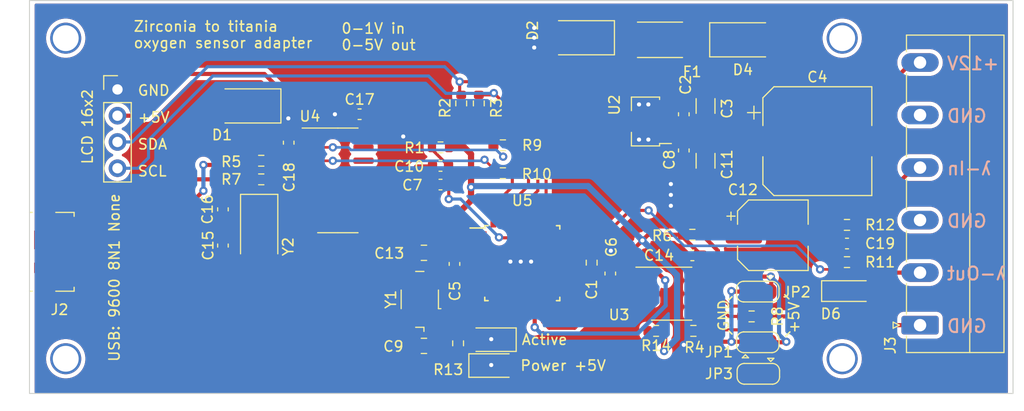
<source format=kicad_pcb>
(kicad_pcb (version 20241229) (generator "pcbnew") (generator_version "9.0")
  (layers (0 "F.Cu" signal) (2 "B.Cu" signal) (13 "F.Paste" user) (15 "B.Paste" user) (5 "F.SilkS" user "F.Silkscreen") (7 "B.SilkS" user "B.Silkscreen") (1 "F.Mask" user) (3 "B.Mask" user) (25 "Edge.Cuts" user))
  (net 0 "")
  (net 1 "GND")
  (net 2 "Net-(U5-AREF)")
  (net 3 "+12V")
  (net 4 "+5V")
  (net 5 "Net-(D2-A1)")
  (net 6 "Net-(U5-~{RESET}{slash}PC6)")
  (net 7 "UART_Reset")
  (net 8 "Net-(U5-XTAL2{slash}PB7)")
  (net 9 "Net-(U5-XTAL1{slash}PB6)")
  (net 10 "Net-(U4-XO)")
  (net 11 "Net-(U4-XI)")
  (net 12 "SCL")
  (net 13 "SDA")
  (net 14 "Net-(U4-V3)")
  (net 15 "Net-(J3-Pin_4)")
  (net 16 "Net-(D1-A)")
  (net 17 "Net-(D3-A)")
  (net 18 "Net-(D4-K)")
  (net 19 "RXD")
  (net 20 "Net-(D5-A)")
  (net 21 "TXD")
  (net 22 "SS")
  (net 23 "MOSI")
  (net 24 "MISO")
  (net 25 "SCK")
  (net 26 "Net-(J3-Pin_2)")
  (net 27 "Net-(J3-Pin_1)")
  (net 28 "Net-(J3-Pin_3)")
  (net 29 "Net-(JP1-B)")
  (net 30 "Net-(JP1-A)")
  (net 31 "Net-(JP1-C)")
  (net 32 "Net-(JP2-C)")
  (net 33 "Net-(U4-UD+)")
  (net 34 "Signal")
  (net 35 "Net-(U4-UD-)")
  (net 36 "Net-(U3-PW0)")
  (net 37 "Net-(U4-TXD)")
  (net 38 "Net-(U4-RXD)")
  (net 39 "Net-(U5-PD5)")
  (net 61 "Net-(J2-D-)")
  (net 62 "Net-(J2-D+)")
  (footprint "Jumper:SolderJumper-3_P1.3mm_Open_RoundedPad1.0x1.5mm" (layer "F.Cu") (at 70.35 28.15 180)
    (property "Reference" "JP2")
    (property "Value" "PB0")
  )
  (footprint "Resistor_SMD:R_0603_1608Metric_Pad0.98x0.95mm_HandSolder" (layer "F.Cu") (at 64.025 22.65 180)
    (property "Reference" "R6")
    (property "Value" "1K")
  )
  (footprint "Diode_SMD:D_SMA" (layer "F.Cu") (at 20.885 10.195 180)
    (property "Reference" "D1")
    (property "Value" "SS34")
  )
  (footprint "Capacitor_SMD:C_0603_1608Metric" (layer "F.Cu") (at 39.7 17.8)
    (property "Reference" "C7")
    (property "Value" "22p")
  )
  (footprint "LED_SMD:LED_1206_3216Metric" (layer "F.Cu") (at 44.725 32.8 180)
    (property "Reference" "D3" (hide yes))
    (property "Value" "LED")
  )
  (footprint "Capacitor_SMD:C_1206_3216Metric_Pad1.33x1.80mm_HandSolder" (layer "F.Cu") (at 65.3 15.5 90)
    (property "Reference" "C11")
    (property "Value" "10u")
  )
  (footprint "Resistor_SMD:R_0603_1608Metric" (layer "F.Cu") (at 39.7 14.2 180)
    (property "Reference" "R1")
    (property "Value" "10K")
  )
  (footprint "Resistor_SMD:R_0603_1608Metric_Pad0.98x0.95mm_HandSolder" (layer "F.Cu") (at 45.725 16.7)
    (property "Reference" "R10")
    (property "Value" "3K3")
  )
  (footprint "Resistor_SMD:R_0603_1608Metric_Pad0.98x0.95mm_HandSolder" (layer "F.Cu") (at 22.385 17.295)
    (property "Reference" "R7")
    (property "Value" "20R")
  )
  (footprint "Resistor_SMD:R_0603_1608Metric" (layer "F.Cu") (at 54.3 25.35 -90)
    (property "Reference" "C1")
    (property "Value" "100n")
  )
  (footprint "Crystal:Crystal_SMD_5032-2Pin_5.0x3.2mm" (layer "F.Cu") (at 22.185 21.795 -90)
    (property "Reference" "Y2")
    (property "Value" "12.000MHZ")
  )
  (footprint "Resistor_SMD:R_0603_1608Metric_Pad0.98x0.95mm_HandSolder" (layer "F.Cu") (at 69.75 30.55)
    (property "Reference" "R8")
    (property "Value" "1K")
  )
  (footprint "Resistor_SMD:R_0603_1608Metric_Pad0.98x0.95mm_HandSolder" (layer "F.Cu") (at 78.9625 21.7)
    (property "Reference" "R12")
    (property "Value" "470K")
  )
  (footprint "Resistor_SMD:R_0603_1608Metric_Pad0.98x0.95mm_HandSolder" (layer "F.Cu") (at 22.385 15.495)
    (property "Reference" "R5")
    (property "Value" "20R")
  )
  (footprint "LED_SMD:LED_1206_3216Metric" (layer "F.Cu") (at 44.725 35.3)
    (property "Reference" "D5" (hide yes))
    (property "Value" "LED")
  )
  (footprint "Capacitor_SMD:C_0603_1608Metric_Pad1.08x0.95mm_HandSolder" (layer "F.Cu") (at 64.025 24.65)
    (property "Reference" "C14")
    (property "Value" "100n")
  )
  (footprint "Capacitor_SMD:C_0603_1608Metric_Pad1.08x0.95mm_HandSolder" (layer "F.Cu") (at 31.885 10.995)
    (property "Reference" "C17")
    (property "Value" "100n")
  )
  (footprint "Capacitor_SMD:CP_Elec_10x10" (layer "F.Cu") (at 76.1 13.6)
    (property "Reference" "C4")
    (property "Value" "220u")
  )
  (footprint "Capacitor_SMD:C_1206_3216Metric_Pad1.33x1.80mm_HandSolder" (layer "F.Cu") (at 65.3 10.2 -90)
    (property "Reference" "C3")
    (property "Value" "10u")
  )
  (footprint "Capacitor_SMD:C_0603_1608Metric_Pad1.08x0.95mm_HandSolder" (layer "F.Cu") (at 18.685 23.695 90)
    (property "Reference" "C15")
    (property "Value" "10p")
  )
  (footprint "Resistor_SMD:R_0603_1608Metric" (layer "F.Cu") (at 41.7 9.95 90)
    (property "Reference" "R2")
    (property "Value" "4K7")
  )
  (footprint "Resistor_SMD:R_0603_1608Metric_Pad0.98x0.95mm_HandSolder" (layer "F.Cu") (at 45.725 14)
    (property "Reference" "R9")
    (property "Value" "3K3")
  )
  (footprint "Capacitor_SMD:C_0805_2012Metric" (layer "F.Cu") (at 38.1 33.4 180)
    (property "Reference" "C9")
    (property "Value" "18p")
  )
  (footprint "Resistor_SMD:R_0603_1608Metric" (layer "F.Cu") (at 43.4 9.95 90)
    (property "Reference" "R3")
    (property "Value" "4K7")
  )
  (footprint "Package_SO:SOIC-16_3.9x9.9mm_P1.27mm" (layer "F.Cu") (at 29.785 17.395)
    (property "Reference" "U4")
    (property "Value" "CH340G")
  )
  (footprint "Jumper:SolderJumper-3_P1.3mm_Open_RoundedPad1.0x1.5mm" (layer "F.Cu") (at 70.35 33.05)
    (property "Reference" "JP1")
    (property "Value" "PA0")
  )
  (footprint "Resistor_SMD:R_0603_1608Metric" (layer "F.Cu") (at 41.4 33.15 -90)
    (property "Reference" "R13")
    (property "Value" "10K")
  )
  (footprint "Diode_SMD:D_SMA" (layer "F.Cu") (at 53.1 3.6 180)
    (property "Reference" "D2")
    (property "Value" "D_TVS")
  )
  (footprint "Capacitor_SMD:C_0603_1608Metric" (layer "F.Cu") (at 39.7 16 180)
    (property "Reference" "C10")
    (property "Value" "100n")
  )
  (footprint "Capacitor_SMD:C_0805_2012Metric" (layer "F.Cu") (at 38.1 24.4)
    (property "Reference" "C13")
    (property "Value" "18p")
  )
  (footprint "Resistor_SMD:R_0603_1608Metric_Pad0.98x0.95mm_HandSolder" (layer "F.Cu") (at 64.125 31.95)
    (property "Reference" "R4")
    (property "Value" "1K")
  )
  (footprint "Resistor_SMD:R_2512_6332Metric" (layer "F.Cu") (at 60.9 3.8 180)
    (property "Reference" "F1")
    (property "Value" "Polyfuse")
  )
  (footprint "Capacitor_SMD:C_0603_1608Metric" (layer "F.Cu") (at 56.1 26.4 -90)
    (property "Reference" "C6")
    (property "Value" "100n")
  )
  (footprint "Capacitor_SMD:C_0603_1608Metric_Pad1.08x0.95mm_HandSolder" (layer "F.Cu") (at 78.9625 23.5)
    (property "Reference" "C19")
    (property "Value" "100n")
  )
  (footprint "Package_QFP:TQFP-32_7x7mm_P0.8mm" (layer "F.Cu") (at 47.6 25.4)
    (property "Reference" "U5")
    (property "Value" "ATmega328PB-A")
  )
  (footprint "Resistor_SMD:R_0603_1608Metric" (layer "F.Cu") (at 60.525 31.95 180)
    (property "Reference" "R14")
    (property "Value" "10K")
  )
  (footprint "Resistor_SMD:R_0603_1608Metric_Pad0.98x0.95mm_HandSolder" (layer "F.Cu") (at 78.9625 25.3)
    (property "Reference" "R11")
    (property "Value" "1K")
  )
  (footprint "Package_TO_SOT_SMD:SOT-89-3" (layer "F.Cu") (at 59.8 11.7 180)
    (property "Reference" "U2")
    (property "Value" "L78L05_SOT89")
  )
  (footprint "Connector_PinHeader_2.54mm:PinHeader_1x04_P2.54mm_Vertical" (layer "F.Cu") (at 8.5 8.6)
    (property "Reference" "J1" (hide yes))
    (property "Value" "LCD 16x2")
  )
  (footprint "Package_SO:SOIC-8_3.9x4.9mm_P1.27mm" (layer "F.Cu") (at 62.025 28.35)
    (property "Reference" "U3")
    (property "Value" "MCP41010")
  )
  (footprint "Capacitor_SMD:C_0603_1608Metric_Pad1.08x0.95mm_HandSolder" (layer "F.Cu") (at 25.0375 13.7475 -90)
    (property "Reference" "C18")
    (property "Value" "100n")
  )
  (footprint "Capacitor_SMD:C_0603_1608Metric_Pad1.08x0.95mm_HandSolder" (layer "F.Cu") (at 63.2 11 -90)
    (property "Reference" "C2")
    (property "Value" "100n")
  )
  (footprint "Capacitor_SMD:C_0603_1608Metric_Pad1.08x0.95mm_HandSolder" (layer "F.Cu") (at 63.2 14.5 90)
    (property "Reference" "C8")
    (property "Value" "100n")
  )
  (footprint "Display:WC1602A" (layer "F.Cu") (at 9 3.6425)
    (property "Reference" "DS1" (hide yes))
    (property "Value" "WC1602A")
  )
  (footprint "Connector_Phoenix_MC_HighVoltage:PhoenixContact_MC_1,5_6-G-5.08_1x06_P5.08mm_Horizontal" (layer "F.Cu") (at 86.0175 31.395 90)
    (property "Reference" "J3")
    (property "Value" "Conn_01x04")
  )
  (footprint "Capacitor_SMD:C_0603_1608Metric_Pad1.08x0.95mm_HandSolder" (layer "F.Cu") (at 18.685 20.195 -90)
    (property "Reference" "C16")
    (property "Value" "10p")
  )
  (footprint "Diode_SMD:D_SMA" (layer "F.Cu") (at 69.1 3.8)
    (property "Reference" "D4")
    (property "Value" "D_Schottky")
  )
  (footprint "Diode_SMD:D_MiniMELF" (layer "F.Cu") (at 79.0625 28.1)
    (property "Reference" "D6")
    (property "Value" "5V1")
  )
  (footprint "Jumper:SolderJumper-3_P1.3mm_Open_RoundedPad1.0x1.5mm" (layer "F.Cu") (at 70.4 36.1 180)
    (property "Reference" "JP3")
    (property "Value" "PB0")
  )
  (footprint "Capacitor_SMD:CP_Elec_6.3x5.9" (layer "F.Cu") (at 71.8 22.7)
    (property "Reference" "C12")
    (property "Value" "220u")
  )
  (footprint "Connector_USB:USB_Micro-B_Molex_47346-0001" (layer "F.Cu") (at 2.6 24.3 -90)
    (property "Reference" "J2")
    (property "Value" "USB_B_Micro")
  )
  (footprint "Capacitor_SMD:C_0603_1608Metric" (layer "F.Cu") (at 41.05 25.475 90)
    (property "Reference" "C5")
    (property "Value" "100n")
  )
  (footprint "Crystal:Crystal_SMD_Abracon_ABM3B-4Pin_5.0x3.2mm" (layer "F.Cu") (at 37.7 28.9 90)
    (property "Reference" "Y1")
    (property "Value" "ECS-160-18-30B-AGN-TR")
  )
  (gr_line (start 72.95 28.45) (end 73.35 28.85) (stroke (width 0.15)) (layer "F.SilkS"))
  (gr_line (start 67.55 28.95) (end 67.85 28.65) (stroke (width 0.15)) (layer "F.SilkS"))
  (gr_line (start 73.05 32.45) (end 73.45 32.05) (stroke (width 0.15)) (layer "F.SilkS"))
  (gr_line (start 67.55 31.95) (end 67.85 32.25) (stroke (width 0.15)) (layer "F.SilkS"))
  (gr_rect (start 0 0) (end 95 38) (stroke (width 0.1)) (fill no) (layer "Edge.Cuts"))
  (gr_text "0-5V out" (at 33.719047 4.3 0) (layer "F.SilkS") (effects (font (size 1 1))))
  (gr_text "USB: 9600 8N1 None" (at 8.2 26.8 90) (layer "F.SilkS") (effects (font (size 1 1))))
  (gr_text "+5V\n" (at 12 11.3 0) (layer "F.SilkS") (effects (font (size 1 1))))
  (gr_text "SDA" (at 11.880953 13.9 0) (layer "F.SilkS") (effects (font (size 1 1))))
  (gr_text "SCL\n" (at 11.857143 16.5 0) (layer "F.SilkS") (effects (font (size 1 1))))
  (gr_text "Active\n" (at 49.75 32.8 0) (layer "F.SilkS") (effects (font (size 1 1))))
  (gr_text "0-1V in " (at 33.6 2.7 0) (layer "F.SilkS") (effects (font (size 1 1))))
  (gr_text "GND" (at 12 8.7 0) (layer "F.SilkS") (effects (font (size 1 1))))
  (gr_text "oxygen sensor adapter" (at 18.7 4.1 0) (layer "F.SilkS") (effects (font (size 1 1))))
  (gr_text "Zirconia to titania \n" (at 17.414286 2.5 0) (layer "F.SilkS") (effects (font (size 1 1))))
  (gr_text "GND\n" (at 67.05 30.45 90) (layer "F.SilkS") (effects (font (size 1 1))))
  (gr_text "+5V\n" (at 73.85 30.65 90) (layer "F.SilkS") (effects (font (size 1 1))))
  (gr_text "Power +5V\n" (at 51.55 35.3 0) (layer "F.SilkS") (effects (font (size 1 1))))
  (gr_text "GND\n" (at 90.541667 11.17 0) (layer "B.SilkS") (effects (font (size 1.25 1.25) (thickness 0.2)) (justify mirror)))
  (gr_text "λ-Out\n" (at 91.464286 26.41 0) (layer "B.SilkS") (effects (font (size 1.25 1.25) (thickness 0.2)) (justify mirror)))
  (gr_text "GND\n" (at 90.541667 31.49 0) (layer "B.SilkS") (effects (font (size 1.25 1.25) (thickness 0.2)) (justify mirror)))
  (gr_text "GND\n" (at 90.541667 21.33 0) (layer "B.SilkS") (effects (font (size 1.25 1.25) (thickness 0.2)) (justify mirror)))
  (gr_text "λ-In" (at 90.75 16.25 0) (layer "B.SilkS") (effects (font (size 1.25 1.25) (thickness 0.2)) (justify mirror)))
  (gr_text "+12V\n" (at 91.136905 6.09 0) (layer "B.SilkS") (effects (font (size 1.25 1.25) (thickness 0.2)) (justify mirror)))
  (segment (start 50 25) (end 49.95 25.05) (width 0.4) (layer "F.Cu") (net 1))
  (segment (start 51.85 25) (end 53.825 25) (width 0.4) (layer "F.Cu") (net 1))
  (segment (start 41.5 25.8) (end 41.05 26.25) (width 0.4) (layer "F.Cu") (net 1))
  (segment (start 53.825 25) (end 54.3 24.525) (width 0.4) (layer "F.Cu") (net 1))
  (segment (start 43.35 25.8) (end 45.4 25.8) (width 0.4) (layer "F.Cu") (net 1))
  (segment (start 43.35 25.8) (end 41.5 25.8) (width 0.4) (layer "F.Cu") (net 1))
  (segment (start 51.85 25) (end 50 25) (width 0.4) (layer "F.Cu") (net 1))
  (via (at 56.15 24.2) (size 0.8) (drill 0.4) (layers "F.Cu" "B.Cu") (net 1))
  (via (at 29.5 11) (size 0.8) (drill 0.4) (layers "F.Cu" "B.Cu") (net 1))
  (via (at 61.95 19.85) (size 0.8) (drill 0.4) (layers "F.Cu" "B.Cu") (net 1))
  (via (at 58.875 10.05) (size 0.8) (drill 0.4) (layers "F.Cu" "B.Cu") (net 1))
  (via (at 48.75 2.65) (size 0.8) (drill 0.4) (layers "F.Cu" "B.Cu") (net 1))
  (via (at 48.75 3.6) (size 0.8) (drill 0.4) (layers "F.Cu" "B.Cu") (net 1))
  (via (at 48.75 4.55) (size 0.8) (drill 0.4) (layers "F.Cu" "B.Cu") (net 1))
  (via (at 36.1 13.15) (size 0.8) (drill 0.4) (layers "F.Cu" "B.Cu") (net 1))
  (via (at 47.45 25.25) (size 0.8) (drill 0.4) (layers "F.Cu" "B.Cu") (net 1))
  (via (at 44.6 35.25) (size 0.8) (drill 0.4) (layers "F.Cu" "B.Cu") (net 1))
  (via (at 48.45 25.25) (size 0.8) (drill 0.4) (layers "F.Cu" "B.Cu") (net 1))
  (via (at 46.45 25.25) (size 0.8) (drill 0.4) (layers "F.Cu" "B.Cu") (net 1))
  (via (at 44.6 32.75) (size 0.8) (drill 0.4) (layers "F.Cu" "B.Cu") (net 1))
  (via (at 59.775 10.05) (size 0.8) (drill 0.4) (layers "F.Cu" "B.Cu") (net 1))
  (via (at 61.95 18.8) (size 0.8) (drill 0.4) (layers "F.Cu" "B.Cu") (net 1))
  (via (at 61.95 17.75) (size 0.8) (drill 0.4) (layers "F.Cu" "B.Cu") (net 1))
  (via (at 63.2 33.3) (size 0.8) (drill 0.4) (layers "F.Cu" "B.Cu") (net 1))
  (via (at 59.775 13.45) (size 0.8) (drill 0.4) (layers "F.Cu" "B.Cu") (net 1))
  (via (at 58.875 13.45) (size 0.8) (drill 0.4) (layers "F.Cu" "B.Cu") (net 1))
  (via (at 25 11.4) (size 0.8) (drill 0.4) (layers "F.Cu" "B.Cu") (net 1))
  (segment (start 51.85 25.8) (end 53.925 25.8) (width 0.4) (layer "F.Cu") (net 2))
  (segment (start 53.925 25.8) (end 54.3 26.175) (width 0.4) (layer "F.Cu") (net 2))
  (segment (start 72.9 8.3) (end 71.1 6.5) (width 0.4) (layer "F.Cu") (net 3))
  (segment (start 86.0175 5.995) (end 85.205 5.995) (width 0.4) (layer "F.Cu") (net 3))
  (segment (start 85.205 5.995) (end 82.9 8.3) (width 0.4) (layer "F.Cu") (net 3))
  (segment (start 71.1 6.5) (end 71.1 3.8) (width 0.4) (layer "F.Cu") (net 3))
  (segment (start 82.9 8.3) (end 72.9 8.3) (width 0.4) (layer "F.Cu") (net 3))
  (segment (start 24.485 8.895) (end 27.995 8.895) (width 0.4) (layer "F.Cu") (net 4))
  (segment (start 57.75 24.65) (end 59.2 23.2) (width 0.4) (layer "F.Cu") (net 4))
  (segment (start 42.65 19.35) (end 42.65 18.05) (width 0.6) (layer "F.Cu") (net 4))
  (segment (start 55.875 27.4) (end 56.1 27.175) (width 0.4) (layer "F.Cu") (net 4))
  (segment (start 59.75 22.65) (end 59.2 23.2) (width 0.4) (layer "F.Cu") (net 4))
  (segment (start 32.26 12.42) (end 32.7475 11.9325) (width 0.4) (layer "F.Cu") (net 4))
  (segment (start 63.2 15.375) (end 63.2 15.3625) (width 0.4) (layer "F.Cu") (net 4))
  (segment (start 68 22.7) (end 69 22.7) (width 0.4) (layer "F.Cu") (net 4))
  (segment (start 11.36 11.14) (end 15.4 7.1) (width 0.4) (layer "F.Cu") (net 4))
  (segment (start 40.555 10.995) (end 32.7475 10.995) (width 0.6) (layer "F.Cu") (net 4))
  (segment (start 62.0625 15.3625) (end 63.2 15.3625) (width 0.4) (layer "F.Cu") (net 4))
  (segment (start 32.785 10.9575) (end 32.7475 10.995) (width 0.4) (layer "F.Cu") (net 4))
  (segment (start 63.7625 17.0625) (end 65.3 17.0625) (width 0.4) (layer "F.Cu") (net 4))
  (segment (start 63.1 22.6375) (end 63.1 21.2) (width 0.4) (layer "F.Cu") (net 4))
  (segment (start 23.185 10.195) (end 24.485 8.895) (width 0.4) (layer "F.Cu") (net 4))
  (segment (start 51.85 27.4) (end 55.875 27.4) (width 0.4) (layer "F.Cu") (net 4))
  (segment (start 61.45 14.75) (end 62.0625 15.3625) (width 0.4) (layer "F.Cu") (net 4))
  (segment (start 64.5 26.445) (end 64.5 25.0375) (width 0.4) (layer "F.Cu") (net 4))
  (segment (start 41.1 20.9) (end 42.65 19.35) (width 0.6) (layer "F.Cu") (net 4))
  (segment (start 63.2 15.3625) (end 63.2 16.5) (width 0.4) (layer "F.Cu") (net 4))
  (segment (start 63.5 16.8) (end 63.7625 17.0625) (width 0.4) (layer "F.Cu") (net 4))
  (segment (start 41.1 24.65) (end 41.05 24.7) (width 0.6) (layer "F.Cu") (net 4))
  (segment (start 40.555 10.995) (end 43.18 10.995) (width 0.6) (layer "F.Cu") (net 4))
  (segment (start 22.885 10.195) (end 23.185 10.195) (width 0.4) (layer "F.Cu") (net 4))
  (segment (start 57.75 26.4) (end 57.75 24.65) (width 0.4) (layer "F.Cu") (net 4))
  (segment (start 32.785 9.495) (end 32.785 10.9575) (width 0.4) (layer "F.Cu") (net 4))
  (segment (start 41.85 24.65) (end 41.1 24.65) (width 0.4) (layer "F.Cu") (net 4))
  (segment (start 42.65 18.05) (end 42.65 14.85) (width 0.6) (layer "F.Cu") (net 4))
  (segment (start 61.3 33.9) (end 61.3 32) (width 0.6) (layer "F.Cu") (net 4))
  (segment (start 64.5 25.0375) (end 64.8875 24.65) (width 0.4) (layer "F.Cu") (net 4))
  (segment (start 32.185 8.895) (end 32.785 9.495) (width 0.4) (layer "F.Cu") (net 4))
  (segment (start 42.2 25) (end 41.85 24.65) (width 0.4) (layer "F.Cu") (net 4))
  (segment (start 43.35 25) (end 42.2 25) (width 0.4) (layer "F.Cu") (net 4))
  (segment (start 66.5 21.2) (end 68 22.7) (width 0.4) (layer "F.Cu") (net 4))
  (segment (start 8.5 11.14) (end 11.36 11.14) (width 0.4) (layer "F.Cu") (net 4))
  (segment (start 63.1125 22.875) (end 64.8875 24.65) (width 0.4) (layer "F.Cu") (net 4))
  (segment (start 40.525 11.025) (end 40.555 10.995) (width 0.6) (layer "F.Cu") (net 4))
  (segment (start 63.1125 22.65) (end 63.1 22.6375) (width 0.4) (layer "F.Cu") (net 4))
  (segment (start 41.1 23.3) (end 41.1 20.9) (width 0.6) (layer "F.Cu") (net 4))
  (segment (start 63.2 16.5) (end 63.5 16.8) (width 0.4) (layer "F.Cu") (net 4))
  (segment (start 63.1 19.8) (end 63.1 17.2) (width 0.4) (layer "F.Cu") (net 4))
  (segment (start 56.1 27.175) (end 56.975 27.175) (width 0.4) (layer "F.Cu") (net 4))
  (segment (start 15.4 7.1) (end 22.69 7.1) (width 0.4) (layer "F.Cu") (net 4))
  (segment (start 63.1 21.2) (end 63.1 19.8) (width 0.4) (layer "F.Cu") (net 4))
  (segment (start 42.65 14.85) (end 42 14.2) (width 0.6) (layer "F.Cu") (net 4))
  (segment (start 63.1125 22.65) (end 59.75 22.65) (width 0.4) (layer "F.Cu") (net 4))
  (segment (start 32.26 12.95) (end 32.26 12.42) (width 0.4) (layer "F.Cu") (net 4))
  (segment (start 27.995 8.895) (end 32.185 8.895) (width 0.4) (layer "F.Cu") (net 4))
  (segment (start 63.1125 22.65) (end 63.1125 22.875) (width 0.4) (layer "F.Cu") (net 4))
  (segment (start 42 14.2) (end 40.525 14.2) (width 0.6) (layer "F.Cu") (net 4))
  (segment (start 61.3 32) (end 61.35 31.95) (width 0.6) (layer "F.Cu") (net 4))
  (segment (start 41.1 23.3) (end 41.1 24.65) (width 0.6) (layer "F.Cu") (net 4))
  (segment (start 43.18 10.995) (end 43.4 10.775) (width 0.6) (layer "F.Cu") (net 4))
  (segment (start 61.45 13.2) (end 61.45 14.75) (width 0.4) (layer "F.Cu") (net 4))
  (segment (start 40.525 14.2) (end 40.525 11.025) (width 0.6) (layer "F.Cu") (net 4))
  (segment (start 63.1 21.2) (end 66.5 21.2) (width 0.4) (layer "F.Cu") (net 4))
  (segment (start 56.975 27.175) (end 57.75 26.4) (width 0.4) (layer "F.Cu") (net 4))
  (segment (start 22.69 7.1) (end 24.485 8.895) (width 0.4) (layer "F.Cu") (net 4))
  (segment (start 63.1 17.2) (end 63.5 16.8) (width 0.4) (layer "F.Cu") (net 4))
  (segment (start 32.7475 11.9325) (end 32.7475 10.995) (width 0.4) (layer "F.Cu") (net 4))
  (via (at 61.3 33.9) (size 0.8) (drill 0.4) (layers "F.Cu" "B.Cu") (net 4))
  (via (at 42.65 18.05) (size 0.8) (drill 0.4) (layers "F.Cu" "B.Cu") (net 4))
  (via (at 59.2 23.2) (size 0.8) (drill 0.4) (layers "F.Cu" "B.Cu") (net 4))
  (segment (start 42.75 17.95) (end 42.65 18.05) (width 0.6) (layer "B.Cu") (net 4))
  (segment (start 59.2 23.2) (end 62.55 26.55) (width 0.6) (layer "B.Cu") (net 4))
  (segment (start 59.2 23.2) (end 53.95 17.95) (width 0.6) (layer "B.Cu") (net 4))
  (segment (start 62.55 26.55) (end 62.55 32.65) (width 0.6) (layer "B.Cu") (net 4))
  (segment (start 62.55 32.65) (end 61.3 33.9) (width 0.6) (layer "B.Cu") (net 4))
  (segment (start 53.95 17.95) (end 42.75 17.95) (width 0.6) (layer "B.Cu") (net 4))
  (segment (start 61.5 10.15) (end 61.45 10.2) (width 0.4) (layer "F.Cu") (net 5))
  (segment (start 59.9 3.8) (end 61.1 5) (width 0.4) (layer "F.Cu") (net 5))
  (segment (start 61.5 9) (end 61.5 10.15) (width 0.4) (layer "F.Cu") (net 5))
  (segment (start 57.9375 3.8) (end 59.9 3.8) (width 0.4) (layer "F.Cu") (net 5))
  (segment (start 72.1 13.6) (end 71.9 13.4) (width 0.5) (layer "F.Cu") (net 5))
  (segment (start 55.1 3.6) (end 57.7375 3.6) (width 0.4) (layer "F.Cu") (net 5))
  (segment (start 63.1375 10.2) (end 63.2 10.1375) (width 0.5) (layer "F.Cu") (net 5))
  (segment (start 61.1 8.6) (end 61.5 9) (width 0.4) (layer "F.Cu") (net 5))
  (segment (start 69.2375 8.6375) (end 72.1 11.5) (width 0.5) (layer "F.Cu") (net 5))
  (segment (start 57.7375 3.6) (end 57.9375 3.8) (width 0.4) (layer "F.Cu") (net 5))
  (segment (start 72.1 11.5) (end 72.1 13.6) (width 0.5) (layer "F.Cu") (net 5))
  (segment (start 61.1 5) (end 61.1 8.6) (width 0.4) (layer "F.Cu") (net 5))
  (segment (start 63.2 10.1375) (end 63.25 10.0875) (width 0.5) (layer "F.Cu") (net 5))
  (segment (start 65.3 8.6375) (end 69.2375 8.6375) (width 0.5) (layer "F.Cu") (net 5))
  (segment (start 63.9625 8.6375) (end 65.3 8.6375) (width 0.5) (layer "F.Cu") (net 5))
  (segment (start 61.45 10.2) (end 63.1375 10.2) (width 0.5) (layer "F.Cu") (net 5))
  (segment (start 63.25 9.35) (end 63.9625 8.6375) (width 0.5) (layer "F.Cu") (net 5))
  (segment (start 63.25 10.0875) (end 63.25 9.35) (width 0.5) (layer "F.Cu") (net 5))
  (segment (start 38.875 14.4) (end 40.475 16) (width 0.3) (layer "F.Cu") (net 6))
  (segment (start 38.85 14.175) (end 38.875 14.2) (width 0.3) (layer "F.Cu") (net 6))
  (segment (start 45.4 22.95) (end 45.35 22.9) (width 0.3) (layer "F.Cu") (net 6))
  (segment (start 47.2 22.65) (end 46.9 22.95) (width 0.3) (layer "F.Cu") (net 6))
  (segment (start 46.9 22.95) (end 45.4 22.95) (width 0.3) (layer "F.Cu") (net 6))
  (segment (start 40.475 16) (end 40.475 17.8) (width 0.3) (layer "F.Cu") (net 6))
  (segment (start 38.875 14.2) (end 38.875 14.4) (width 0.3) (layer "F.Cu") (net 6))
  (segment (start 40.5 17.825) (end 40.475 17.8) (width 0.3) (layer "F.Cu") (net 6))
  (segment (start 40.5 19.2) (end 40.5 17.825) (width 0.3) (layer "F.Cu") (net 6))
  (segment (start 47.2 21.15) (end 47.2 22.65) (width 0.3) (layer "F.Cu") (net 6))
  (via (at 40.5 19.2) (size 0.8) (drill 0.4) (layers "F.Cu" "B.Cu") (net 6))
  (via (at 45.35 22.9) (size 0.8) (drill 0.4) (layers "F.Cu" "B.Cu") (net 6))
  (segment (start 41.65 19.2) (end 40.5 19.2) (width 0.3) (layer "B.Cu") (net 6))
  (segment (start 45.35 22.9) (end 41.65 19.2) (width 0.3) (layer "B.Cu") (net 6))
  (segment (start 32.26 16.76) (end 36.59 16.76) (width 0.3) (layer "F.Cu") (net 7))
  (segment (start 37.35 16) (end 38.925 16) (width 0.3) (layer "F.Cu") (net 7))
  (segment (start 36.59 16.76) (end 37.35 16) (width 0.3) (layer "F.Cu") (net 7))
  (segment (start 43.35 28.2) (end 42.05 28.2) (width 0.4) (layer "F.Cu") (net 8))
  (segment (start 40.1 30.9) (end 38.9 30.9) (width 0.4) (layer "F.Cu") (net 8))
  (segment (start 38.9 30.9) (end 38.9 33.25) (width 0.4) (layer "F.Cu") (net 8))
  (segment (start 40.75 29.5) (end 40.75 30.25) (width 0.4) (layer "F.Cu") (net 8))
  (segment (start 38.9 33.25) (end 39.05 33.4) (width 0.4) (layer "F.Cu") (net 8))
  (segment (start 40.75 30.25) (end 40.1 30.9) (width 0.4) (layer "F.Cu") (net 8))
  (segment (start 42.05 28.2) (end 40.75 29.5) (width 0.4) (layer "F.Cu") (net 8))
  (segment (start 36.5 26.9) (end 36.5 25.05) (width 0.4) (layer "F.Cu") (net 9))
  (segment (start 43.35 27.4) (end 41.35 27.4) (width 0.4) (layer "F.Cu") (net 9))
  (segment (start 36.5 25.05) (end 37.15 24.4) (width 0.4) (layer "F.Cu") (net 9))
  (segment (start 36.5 27.35) (end 36.5 26.9) (width 0.4) (layer "F.Cu") (net 9))
  (segment (start 40.15 28.6) (end 37.75 28.6) (width 0.4) (layer "F.Cu") (net 9))
  (segment (start 41.35 27.4) (end 40.15 28.6) (width 0.4) (layer "F.Cu") (net 9))
  (segment (start 37.75 28.6) (end 36.5 27.35) (width 0.4) (layer "F.Cu") (net 9))
  (segment (start 24.135 23.645) (end 22.185 23.645) (width 0.4) (layer "F.Cu") (net 10))
  (segment (start 27.31 21.84) (end 25.94 21.84) (width 0.4) (layer "F.Cu") (net 10))
  (segment (start 22.185 23.645) (end 20.935 23.645) (width 0.4) (layer "F.Cu") (net 10))
  (segment (start 20.0225 24.5575) (end 18.685 24.5575) (width 0.4) (layer "F.Cu") (net 10))
  (segment (start 25.94 21.84) (end 24.135 23.645) (width 0.4) (layer "F.Cu") (net 10))
  (segment (start 20.935 23.645) (end 20.0225 24.5575) (width 0.4) (layer "F.Cu") (net 10))
  (segment (start 22.185 19.945) (end 20.735 19.945) (width 0.4) (layer "F.Cu") (net 11))
  (segment (start 27.31 20.57) (end 25.06 20.57) (width 0.4) (layer "F.Cu") (net 11))
  (segment (start 20.735 19.945) (end 20.1225 19.3325) (width 0.4) (layer "F.Cu") (net 11))
  (segment (start 20.1225 19.3325) (end 18.685 19.3325) (width 0.4) (layer "F.Cu") (net 11))
  (segment (start 24.435 19.945) (end 22.185 19.945) (width 0.4) (layer "F.Cu") (net 11))
  (segment (start 25.06 20.57) (end 24.435 19.945) (width 0.4) (layer "F.Cu") (net 11))
  (segment (start 44.85 8.95) (end 44.77548 8.95) (width 0.25) (layer "F.Cu") (net 12))
  (segment (start 44.75048 8.975) (end 44.75048 9.161197) (width 0.25) (layer "F.Cu") (net 12))
  (segment (start 44.77548 8.95) (end 44.75048 8.975) (width 0.25) (layer "F.Cu") (net 12))
  (segment (start 44.85 8.95) (end 44.75048 9.04952) (width 0.25) (layer "F.Cu") (net 12))
  (segment (start 48 19.5) (end 49.1 18.4) (width 0.3) (layer "F.Cu") (net 12))
  (segment (start 49.1 13.2) (end 44.85 8.95) (width 0.3) (layer "F.Cu") (net 12))
  (segment (start 44.675 9.125) (end 44.85 8.95) (width 0.3) (layer "F.Cu") (net 12))
  (segment (start 48 21.15) (end 48 19.5) (width 0.3) (layer "F.Cu") (net 12))
  (segment (start 49.1 18.4) (end 49.1 13.2) (width 0.3) (layer "F.Cu") (net 12))
  (segment (start 44.75048 9.04952) (end 44.75048 9.161197) (width 0.25) (layer "F.Cu") (net 12))
  (segment (start 43.4 9.125) (end 44.675 9.125) (width 0.3) (layer "F.Cu") (net 12))
  (via (at 44.85 8.95) (size 0.8) (drill 0.4) (layers "F.Cu" "B.Cu") (net 12))
  (segment (start 17.7 7.3) (end 11.5 13.5) (width 0.3) (layer "B.Cu") (net 12))
  (segment (start 40.225 8.975) (end 38.55 7.3) (width 0.3) (layer "B.Cu") (net 12))
  (segment (start 38.55 7.3) (end 17.7 7.3) (width 0.3) (layer "B.Cu") (net 12))
  (segment (start 44.825 8.975) (end 40.225 8.975) (width 0.3) (layer "B.Cu") (net 12))
  (segment (start 10.48 16.22) (end 8.5 16.22) (width 0.3) (layer "B.Cu") (net 12))
  (segment (start 11.5 15.2) (end 10.48 16.22) (width 0.3) (layer "B.Cu") (net 12))
  (segment (start 11.5 13.5) (end 11.5 15.2) (width 0.3) (layer "B.Cu") (net 12))
  (segment (start 44.85 8.95) (end 44.825 8.975) (width 0.3) (layer "B.Cu") (net 12))
  (segment (start 45.2 7.85) (end 49.9 12.55) (width 0.3) (layer "F.Cu") (net 13))
  (segment (start 49.9 18.85) (end 48.8 19.95) (width 0.3) (layer "F.Cu") (net 13))
  (segment (start 41.55 7.85) (end 41.55 8.975) (width 0.3) (layer "F.Cu") (net 13))
  (segment (start 49.9 12.55) (end 49.9 18.85) (width 0.3) (layer "F.Cu") (net 13))
  (segment (start 48.8 19.95) (end 48.8 21.15) (width 0.3) (layer "F.Cu") (net 13))
  (segment (start 41.55 8.975) (end 41.7 9.125) (width 0.3) (layer "F.Cu") (net 13))
  (segment (start 41.55 7.85) (end 45.2 7.85) (width 0.3) (layer "F.Cu") (net 13))
  (via (at 41.55 7.85) (size 0.8) (drill 0.4) (layers "F.Cu" "B.Cu") (net 13))
  (segment (start 17.2 6.4) (end 9.92 13.68) (width 0.3) (layer "B.Cu") (net 13))
  (segment (start 41.55 7.85) (end 40.1 6.4) (width 0.3) (layer "B.Cu") (net 13))
  (segment (start 40.1 6.4) (end 17.2 6.4) (width 0.3) (layer "B.Cu") (net 13))
  (segment (start 9.92 13.68) (end 8.5 13.68) (width 0.3) (layer "B.Cu") (net 13))
  (segment (start 26.15 16.76) (end 27.31 16.76) (width 0.4) (layer "F.Cu") (net 14))
  (segment (start 25.0375 15.6475) (end 26.15 16.76) (width 0.4) (layer "F.Cu") (net 14))
  (segment (start 25.0375 14.61) (end 25.0375 15.6475) (width 0.4) (layer "F.Cu") (net 14))
  (segment (start 79.875 21.7) (end 85.42 16.155) (width 0.4) (layer "F.Cu") (net 15))
  (segment (start 79.875 23.45) (end 79.825 23.5) (width 0.4) (layer "F.Cu") (net 15))
  (segment (start 79.875 21.7) (end 79.875 23.45) (width 0.4) (layer "F.Cu") (net 15))
  (segment (start 79.825 23.5) (end 79.825 25.25) (width 0.4) (layer "F.Cu") (net 15))
  (segment (start 79.825 25.25) (end 79.875 25.3) (width 0.4) (layer "F.Cu") (net 15))
  (segment (start 85.42 16.155) (end 86.0175 16.155) (width 0.4) (layer "F.Cu") (net 15))
  (segment (start 85.145 16.155) (end 86.0175 16.155) (width 0.4) (layer "F.Cu") (net 15))
  (segment (start 11.3 23) (end 4.06 23) (width 0.4) (layer "F.Cu") (net 16))
  (segment (start 12.6 19) (end 12.6 21.7) (width 0.4) (layer "F.Cu") (net 16))
  (segment (start 18.885 10.195) (end 18.505 10.195) (width 0.4) (layer "F.Cu") (net 16))
  (segment (start 15.2 16.4) (end 12.6 19) (width 0.4) (layer "F.Cu") (net 16))
  (segment (start 18.505 10.195) (end 15.2 13.5) (width 0.4) (layer "F.Cu") (net 16))
  (segment (start 15.2 13.5) (end 15.2 16.4) (width 0.4) (layer "F.Cu") (net 16))
  (segment (start 12.6 21.7) (end 11.3 23) (width 0.4) (layer "F.Cu") (net 16))
  (segment (start 41.4 33.975) (end 42.15 33.975) (width 0.4) (layer "F.Cu") (net 17))
  (segment (start 42.15 33.975) (end 43.325 32.8) (width 0.4) (layer "F.Cu") (net 17))
  (segment (start 63.8625 3.8) (end 67.1 3.8) (width 0.4) (layer "F.Cu") (net 18))
  (segment (start 48.2 17.9) (end 48.2 15.5625) (width 0.3) (layer "F.Cu") (net 19))
  (segment (start 48.2 15.5625) (end 46.6375 14) (width 0.3) (layer "F.Cu") (net 19))
  (segment (start 46.4 21.15) (end 46.4 19.7) (width 0.3) (layer "F.Cu") (net 19))
  (segment (start 46.4 19.7) (end 48.2 17.9) (width 0.3) (layer "F.Cu") (net 19))
  (segment (start 59.7 34.15) (end 58.5 35.35) (width 0.4) (layer "F.Cu") (net 20))
  (segment (start 46.275 35.15) (end 46.125 35.3) (width 0.4) (layer "F.Cu") (net 20))
  (segment (start 46.175 35.35) (end 46.125 35.3) (width 0.4) (layer "F.Cu") (net 20))
  (segment (start 59.7 31.95) (end 59.7 34.15) (width 0.4) (layer "F.Cu") (net 20))
  (segment (start 58.5 35.35) (end 46.175 35.35) (width 0.4) (layer "F.Cu") (net 20))
  (segment (start 46.6375 16.7) (end 46.6375 18.0125) (width 0.3) (layer "F.Cu") (net 21))
  (segment (start 46.6375 18.0125) (end 45.6 19.05) (width 0.3) (layer "F.Cu") (net 21))
  (segment (start 45.6 19.05) (end 45.6 21.15) (width 0.3) (layer "F.Cu") (net 21))
  (segment (start 60.795 26.445) (end 59.55 26.445) (width 0.4) (layer "F.Cu") (net 22))
  (segment (start 48.8 31.6) (end 48.8 29.65) (width 0.4) (layer "F.Cu") (net 22))
  (segment (start 61.4 27.05) (end 60.795 26.445) (width 0.4) (layer "F.Cu") (net 22))
  (via (at 61.4 27.05) (size 0.8) (drill 0.4) (layers "F.Cu" "B.Cu") (net 22))
  (via (at 48.8 31.6) (size 0.8) (drill 0.4) (layers "F.Cu" "B.Cu") (net 22))
  (segment (start 61.45 27.1) (end 61.4 27.05) (width 0.4) (layer "B.Cu") (net 22))
  (segment (start 58.75 32.2) (end 61.45 29.5) (width 0.4) (layer "B.Cu") (net 22))
  (segment (start 48.8 31.6) (end 49.4 32.2) (width 0.4) (layer "B.Cu") (net 22))
  (segment (start 61.45 29.5) (end 61.45 27.1) (width 0.4) (layer "B.Cu") (net 22))
  (segment (start 49.4 32.2) (end 58.75 32.2) (width 0.4) (layer "B.Cu") (net 22))
  (segment (start 49.6 29.65) (end 49.6 31.05) (width 0.4) (layer "F.Cu") (net 23))
  (segment (start 55.315 28.985) (end 59.55 28.985) (width 0.4) (layer "F.Cu") (net 23))
  (segment (start 52.65 31.65) (end 55.315 28.985) (width 0.4) (layer "F.Cu") (net 23))
  (segment (start 49.6 31.05) (end 50.2 31.65) (width 0.4) (layer "F.Cu") (net 23))
  (segment (start 50.2 31.65) (end 52.65 31.65) (width 0.4) (layer "F.Cu") (net 23))
  (segment (start 57.635 27.715) (end 59.55 27.715) (width 0.4) (layer "F.Cu") (net 25))
  (segment (start 57.15 28.2) (end 57.635 27.715) (width 0.4) (layer "F.Cu") (net 25))
  (segment (start 51.85 28.2) (end 57.15 28.2) (width 0.4) (layer "F.Cu") (net 25))
  (segment (start 83 29.5) (end 83 26.9) (width 0.4) (layer "F.Cu") (net 26))
  (segment (start 70.6625 30.55) (end 81.95 30.55) (width 0.4) (layer "F.Cu") (net 26))
  (segment (start 83 26.9) (end 83.585 26.315) (width 0.4) (layer "F.Cu") (net 26))
  (segment (start 83.585 26.315) (end 86.0175 26.315) (width 0.4) (layer "F.Cu") (net 26))
  (segment (start 81.95 30.55) (end 83 29.5) (width 0.4) (layer "F.Cu") (net 26))
  (segment (start 73.3 34.7) (end 76.605 31.395) (width 0.4) (layer "F.Cu") (net 27))
  (segment (start 70.4 36.1) (end 70.4 35.2) (width 0.4) (layer "F.Cu") (net 27))
  (segment (start 70.9 34.7) (end 73.3 34.7) (width 0.4) (layer "F.Cu") (net 27))
  (segment (start 70.4 35.2) (end 70.9 34.7) (width 0.4) (layer "F.Cu") (net 27))
  (segment (start 76.605 31.395) (end 86.0175 31.395) (width 0.4) (layer "F.Cu") (net 27))
  (segment (start 66.5 26.2) (end 66.5 24.2) (width 0.4) (layer "F.Cu") (net 29))
  (segment (start 66.5 24.2) (end 64.95 22.65) (width 0.4) (layer "F.Cu") (net 29))
  (segment (start 71.6 26.7) (end 67 26.7) (width 0.4) (layer "F.Cu") (net 29))
  (segment (start 71.65 26.65) (end 71.65 28.15) (width 0.4) (layer "F.Cu") (net 29))
  (segment (start 64.95 22.65) (end 64.9375 22.65) (width 0.4) (layer "F.Cu") (net 29))
  (segment (start 71.65 33.05) (end 73.05 33.05) (width 0.4) (layer "F.Cu") (net 29))
  (segment (start 73.05 33.05) (end 73.1 33) (width 0.4) (layer "F.Cu") (net 29))
  (segment (start 67 26.7) (end 66.5 26.2) (width 0.4) (layer "F.Cu") (net 29))
  (via (at 73.1 33) (size 0.8) (drill 0.4) (layers "F.Cu" "B.Cu") (net 29))
  (via (at 71.6 26.7) (size 0.8) (drill 0.4) (layers "F.Cu" "B.Cu") (net 29))
  (segment (start 72.4 27.5) (end 71.6 26.7) (width 0.4) (layer "B.Cu") (net 29))
  (segment (start 73.1 33) (end 72.4 32.3) (width 0.4) (layer "B.Cu") (net 29))
  (segment (start 72.4 32.3) (end 72.4 27.5) (width 0.4) (layer "B.Cu") (net 29))
  (segment (start 67.8 33) (end 66.0875 33) (width 0.4) (layer "F.Cu") (net 30))
  (segment (start 67.85 28.15) (end 67.8 28.1) (width 0.4) (layer "F.Cu") (net 30))
  (segment (start 69 33) (end 67.8 33) (width 0.4) (layer "F.Cu") (net 30))
  (segment (start 66.0875 33) (end 65.0375 31.95) (width 0.4) (layer "F.Cu") (net 30))
  (segment (start 69.05 28.15) (end 67.85 28.15) (width 0.4) (layer "F.Cu") (net 30))
  (segment (start 69.05 33.05) (end 69 33) (width 0.4) (layer "F.Cu") (net 30))
  (via (at 67.8 28.1) (size 0.8) (drill 0.4) (layers "F.Cu" "B.Cu") (net 30))
  (via (at 67.8 33) (size 0.8) (drill 0.4) (layers "F.Cu" "B.Cu") (net 30))
  (segment (start 67.8 28.1) (end 67.8 33) (width 0.4) (layer "B.Cu") (net 30))
  (segment (start 69.1 34.8) (end 69.1 36.1) (width 0.3) (layer "F.Cu") (net 31))
  (segment (start 66.3 31.3) (end 66.85 31.85) (width 0.3) (layer "F.Cu") (net 31))
  (segment (start 70.35 34.1) (end 70.05 34.4) (width 0.3) (layer "F.Cu") (net 31))
  (segment (start 64.5 30.255) (end 65.855 30.255) (width 0.3) (layer "F.Cu") (net 31))
  (segment (start 70.05 31.85) (end 70.35 32.15) (width 0.3) (layer "F.Cu") (net 31))
  (segment (start 65.855 30.255) (end 66.3 30.7) (width 0.3) (layer "F.Cu") (net 31))
  (segment (start 70.35 33.05) (end 70.35 34.1) (width 0.3) (layer "F.Cu") (net 31))
  (segment (start 66.3 30.7) (end 66.3 31.3) (width 0.3) (layer "F.Cu") (net 31))
  (segment (start 70.35 32.15) (end 70.35 33.05) (width 0.3) (layer "F.Cu") (net 31))
  (segment (start 70.05 34.4) (end 69.5 34.4) (width 0.3) (layer "F.Cu") (net 31))
  (segment (start 66.85 31.85) (end 70.05 31.85) (width 0.3) (layer "F.Cu") (net 31))
  (segment (start 69.5 34.4) (end 69.1 34.8) (width 0.3) (layer "F.Cu") (net 31))
  (segment (start 70.05 29.55) (end 70.35 29.25) (width 0.3) (layer "F.Cu") (net 32))
  (segment (start 65.815 27.715) (end 67.65 29.55) (width 0.3) (layer "F.Cu") (net 32))
  (segment (start 64.5 27.715) (end 65.815 27.715) (width 0.3) (layer "F.Cu") (net 32))
  (segment (start 70.35 29.25) (end 70.35 28.15) (width 0.3) (layer "F.Cu") (net 32))
  (segment (start 67.65 29.55) (end 70.05 29.55) (width 0.3) (layer "F.Cu") (net 32))
  (segment (start 23.2975 15.495) (end 25.185 17.3825) (width 0.4) (layer "F.Cu") (net 33))
  (segment (start 25.82 18.03) (end 27.31 18.03) (width 0.4) (layer "F.Cu") (net 33))
  (segment (start 25.185 17.395) (end 25.82 18.03) (width 0.4) (layer "F.Cu") (net 33))
  (segment (start 25.185 17.3825) (end 25.185 17.395) (width 0.4) (layer "F.Cu") (net 33))
  (segment (start 77.3125 28.1) (end 77.3125 26.0375) (width 0.4) (layer "F.Cu") (net 34))
  (segment (start 58 20.3) (end 59.8 20.3) (width 0.3) (layer "F.Cu") (net 34))
  (segment (start 54.9 23.4) (end 58 20.3) (width 0.3) (layer "F.Cu") (net 34))
  (segment (start 77.3125 26.0375) (end 78.05 25.3) (width 0.4) (layer "F.Cu") (net 34))
  (segment (start 76.3625 26) (end 77.275 26) (width 0.25) (layer "F.Cu") (net 34))
  (segment (start 77.275 26) (end 77.3125 26.0375) (width 0.25) (layer "F.Cu") (net 34))
  (segment (start 51.85 23.4) (end 54.9 23.4) (width 0.3) (layer "F.Cu") (net 34))
  (via (at 59.8 20.3) (size 0.8) (drill 0.4) (layers "F.Cu" "B.Cu") (net 34))
  (via (at 76.3625 26) (size 0.8) (drill 0.4) (layers "F.Cu" "B.Cu") (net 34))
  (segment (start 74.087011 23.724511) (end 76.3625 26) (width 0.25) (layer "B.Cu") (net 34))
  (segment (start 63.224511 23.724511) (end 74.087011 23.724511) (width 0.25) (layer "B.Cu") (net 34))
  (segment (start 59.8 20.3) (end 63.224511 23.724511) (width 0.25) (layer "B.Cu") (net 34))
  (segment (start 23.385 17.295) (end 25.39 19.3) (width 0.4) (layer "F.Cu") (net 35))
  (segment (start 25.39 19.3) (end 27.31 19.3) (width 0.4) (layer "F.Cu") (net 35))
  (segment (start 23.2975 17.295) (end 23.385 17.295) (width 0.4) (layer "F.Cu") (net 35))
  (segment (start 65.985 28.985) (end 67.55 30.55) (width 0.3) (layer "F.Cu") (net 36))
  (segment (start 64.5 28.985) (end 65.985 28.985) (width 0.3) (layer "F.Cu") (net 36))
  (segment (start 67.55 30.55) (end 68.8375 30.55) (width 0.3) (layer "F.Cu") (net 36))
  (segment (start 44.8125 14) (end 44.8125 14.1625) (width 0.25) (layer "F.Cu") (net 37))
  (segment (start 29.3 14.2) (end 27.33 14.2) (width 0.25) (layer "F.Cu") (net 37))
  (segment (start 44.8125 14.1625) (end 45.75 15.1) (width 0.25) (layer "F.Cu") (net 37))
  (segment (start 27.33 14.2) (end 27.31 14.22) (width 0.25) (layer "F.Cu") (net 37))
  (via (at 45.75 15.1) (size 0.8) (drill 0.4) (layers "F.Cu" "B.Cu") (net 37))
  (via (at 29.3 14.2) (size 0.8) (drill 0.4) (layers "F.Cu" "B.Cu") (net 37))
  (segment (start 31.05 14.45) (end 45.1 14.45) (width 0.25) (layer "B.Cu") (net 37))
  (segment (start 45.75 15.1) (end 45.15 14.5) (width 0.25) (layer "B.Cu") (net 37))
  (segment (start 30.8 14.2) (end 31.05 14.45) (width 0.25) (layer "B.Cu") (net 37))
  (segment (start 29.3 14.2) (end 30.8 14.2) (width 0.25) (layer "B.Cu") (net 37))
  (segment (start 45.1 14.45) (end 45.75 15.1) (width 0.25) (layer "B.Cu") (net 37))
  (segment (start 27.32 15.5) (end 27.31 15.49) (width 0.25) (layer "F.Cu") (net 38))
  (segment (start 29.3 15.5) (end 27.32 15.5) (width 0.25) (layer "F.Cu") (net 38))
  (segment (start 44.8125 16.7) (end 44.8125 16.2625) (width 0.25) (layer "F.Cu") (net 38))
  (segment (start 44.8125 16.2625) (end 43.95 15.4) (width 0.25) (layer "F.Cu") (net 38))
  (via (at 29.3 15.5) (size 0.8) (drill 0.4) (layers "F.Cu" "B.Cu") (net 38))
  (via (at 43.95 15.4) (size 0.8) (drill 0.4) (layers "F.Cu" "B.Cu") (net 38))
  (segment (start 29.3 15.5) (end 43.85 15.5) (width 0.25) (layer "B.Cu") (net 38))
  (segment (start 43.85 15.5) (end 43.95 15.4) (width 0.25) (layer "B.Cu") (net 38))
  (segment (start 41.4 32.325) (end 42.675 31.05) (width 0.4) (layer "F.Cu") (net 39))
  (segment (start 44.35 31.05) (end 44.8 30.6) (width 0.4) (layer "F.Cu") (net 39))
  (segment (start 44.8 30.6) (end 44.8 29.65) (width 0.4) (layer "F.Cu") (net 39))
  (segment (start 42.675 31.05) (end 44.35 31.05) (width 0.4) (layer "F.Cu") (net 39))
  (segment (start 16.105 17.295) (end 13.7 19.7) (width 0.4) (layer "F.Cu") (net 61))
  (segment (start 21.4725 17.295) (end 16.105 17.295) (width 0.4) (layer "F.Cu") (net 61))
  (segment (start 13.7 19.7) (end 13.7 22.3) (width 0.4) (layer "F.Cu") (net 61))
  (segment (start 13.7 22.3) (end 12.35 23.65) (width 0.4) (layer "F.Cu") (net 61))
  (segment (start 12.35 23.65) (end 4.06 23.65) (width 0.4) (layer "F.Cu") (net 61))
  (segment (start 14.8 22.8) (end 13.3 24.3) (width 0.4) (layer "F.Cu") (net 62))
  (segment (start 19 15.9) (end 19.405 15.495) (width 0.4) (layer "F.Cu") (net 62))
  (segment (start 19.405 15.495) (end 21.4725 15.495) (width 0.4) (layer "F.Cu") (net 62))
  (segment (start 16.8 15.9) (end 19 15.9) (width 0.4) (layer "F.Cu") (net 62))
  (segment (start 14.8 20.4) (end 14.8 22.8) (width 0.4) (layer "F.Cu") (net 62))
  (segment (start 16.8 18.4) (end 14.8 20.4) (width 0.4) (layer "F.Cu") (net 62))
  (segment (start 13.3 24.3) (end 4.06 24.3) (width 0.4) (layer "F.Cu") (net 62))
  (via (at 16.8 15.9) (size 0.8) (drill 0.4) (layers "F.Cu" "B.Cu") (net 62))
  (via (at 16.8 18.4) (size 0.8) (drill 0.4) (layers "F.Cu" "B.Cu") (net 62))
  (segment (start 16.8 18.4) (end 16.8 15.9) (width 0.4) (layer "B.Cu") (net 62))
  (zone (net 1) (net_name "GND") (layers "F.Cu" "B.Cu") (connect_pads yes (clearance 0.4)) (min_thickness 0.254) (fill yes (thermal_gap 0.508) (thermal_bridge_width 0.508))
    (polygon (pts (xy 94.5 38.3) (xy 0.5 38.3) (xy 0.5 0.3) (xy 94.5 0.3)))
  )
)
</source>
